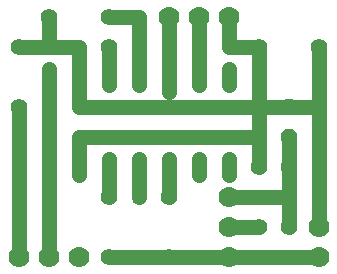
<source format=gbl>
G75*
%MOIN*%
%OFA0B0*%
%FSLAX25Y25*%
%IPPOS*%
%LPD*%
%AMOC8*
5,1,8,0,0,1.08239X$1,22.5*
%
%ADD10C,0.05543*%
%ADD11OC8,0.05200*%
%ADD12C,0.05150*%
%ADD13C,0.07000*%
%ADD14C,0.05000*%
%ADD15R,0.03962X0.03962*%
D10*
X0054288Y0044883D03*
X0074288Y0044883D03*
X0074288Y0064883D03*
X0054288Y0064883D03*
X0024288Y0094883D03*
X0024288Y0114883D03*
X0034288Y0114883D03*
X0034288Y0124883D03*
X0054288Y0124883D03*
X0054288Y0114883D03*
X0104288Y0114883D03*
X0124288Y0114883D03*
X0114288Y0074883D03*
X0104288Y0074883D03*
X0104288Y0054883D03*
X0114288Y0054883D03*
D11*
X0114288Y0084883D03*
X0114288Y0094883D03*
D12*
X0094288Y0102308D02*
X0094288Y0107458D01*
X0084288Y0107458D02*
X0084288Y0102308D01*
X0074288Y0102308D02*
X0074288Y0107458D01*
X0064288Y0107458D02*
X0064288Y0102308D01*
X0054288Y0102308D02*
X0054288Y0107458D01*
X0044288Y0107458D02*
X0044288Y0102308D01*
X0034288Y0102308D02*
X0034288Y0107458D01*
X0034288Y0077458D02*
X0034288Y0072308D01*
X0044288Y0072308D02*
X0044288Y0077458D01*
X0054288Y0077458D02*
X0054288Y0072308D01*
X0064288Y0072308D02*
X0064288Y0077458D01*
X0074288Y0077458D02*
X0074288Y0072308D01*
X0084288Y0072308D02*
X0084288Y0077458D01*
X0094288Y0077458D02*
X0094288Y0072308D01*
D13*
X0024288Y0044883D03*
X0034288Y0044883D03*
X0044288Y0044883D03*
X0094288Y0044883D03*
X0094288Y0054883D03*
X0094288Y0064883D03*
X0124288Y0054883D03*
X0124288Y0044883D03*
X0094288Y0124883D03*
X0084288Y0124883D03*
X0074288Y0124883D03*
D14*
X0074288Y0104883D01*
X0074288Y0099883D01*
X0084288Y0104883D02*
X0084288Y0124883D01*
X0094288Y0124883D02*
X0094288Y0114883D01*
X0104288Y0114883D01*
X0104288Y0104883D01*
X0104288Y0084883D01*
X0104288Y0074883D01*
X0114288Y0074883D02*
X0114288Y0064883D01*
X0094288Y0064883D01*
X0094288Y0054883D02*
X0104288Y0054883D01*
X0114288Y0054883D02*
X0114288Y0084883D01*
X0104288Y0084883D02*
X0044288Y0084883D01*
X0044288Y0074883D01*
X0054288Y0074883D02*
X0054288Y0064883D01*
X0064288Y0064883D02*
X0064288Y0074883D01*
X0074288Y0074883D02*
X0074288Y0064883D01*
X0074288Y0044883D02*
X0064288Y0044883D01*
X0054288Y0044883D01*
X0064288Y0044883D02*
X0094288Y0044883D01*
X0124288Y0044883D01*
X0124288Y0054883D02*
X0124288Y0094883D01*
X0114288Y0094883D01*
X0044288Y0094883D01*
X0044288Y0114883D01*
X0034288Y0114883D01*
X0034288Y0124883D01*
X0034288Y0114883D02*
X0024288Y0114883D01*
X0034288Y0104883D02*
X0034288Y0074883D01*
X0034288Y0044883D01*
X0024288Y0044883D02*
X0024288Y0094883D01*
X0054288Y0104883D02*
X0054288Y0114883D01*
X0054288Y0124883D02*
X0064288Y0124883D01*
X0064288Y0104883D01*
X0124288Y0094883D02*
X0124288Y0114883D01*
D15*
X0104288Y0104883D03*
X0104288Y0084883D03*
X0064288Y0064883D03*
X0064288Y0044883D03*
M02*

</source>
